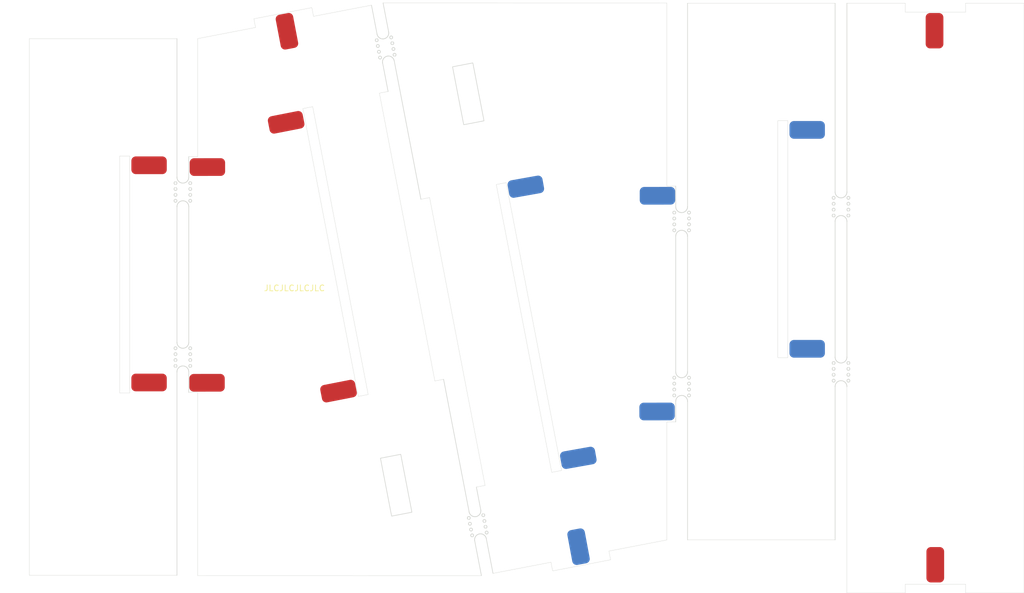
<source format=kicad_pcb>
(kicad_pcb (version 20221018) (generator pcbnew)
  (layers (0 "F.Cu" signal) (31 "B.Cu" signal) (34 "B.Paste" user) (35 "F.Paste" user) (36 "B.SilkS" user "B.Silkscreen") (37 "F.SilkS" user "F.Silkscreen") (38 "B.Mask" user) (39 "F.Mask" user) (44 "Edge.Cuts" user))
  (net 0 "")
  (footprint "custom_kicad_lib_sk:mousebite" (layer "F.Cu") (at 98.604945 107.360107 90)
    (fp_text reference "REF**" hide)
    (fp_text value "mousebite")
    (fp_arc (start -2 -1) (mid -1 0) (end -2 1) (stroke (width 0.12)) (layer "Edge.Cuts"))
    (fp_arc (start 3 1) (mid 2 0) (end 3 -1) (stroke (width 0.12)) (layer "Edge.Cuts"))
    (fp_circle (center -1 -1.25) (end -0.75 -1.25) (stroke (width 0.12)) (fill none) (layer "Edge.Cuts"))
    (fp_circle (center -1 1.25) (end -0.75 1.25) (stroke (width 0.12)) (fill none) (layer "Edge.Cuts"))
    (fp_circle (center 0 -1.25) (end 0.25 -1.25) (stroke (width 0.12)) (fill none) (layer "Edge.Cuts"))
    (fp_circle (center 0 1.25) (end 0.25 1.25) (stroke (width 0.12)) (fill none) (layer "Edge.Cuts"))
    (fp_circle (center 1 -1.25) (end 1.25 -1.25) (stroke (width 0.12)) (fill none) (layer "Edge.Cuts"))
    (fp_circle (center 1 1.25) (end 1.25 1.25) (stroke (width 0.12)) (fill none) (layer "Edge.Cuts"))
    (fp_circle (center 2 -1.25) (end 2.25 -1.25) (stroke (width 0.12)) (fill none) (layer "Edge.Cuts"))
    (fp_circle (center 2 1.25) (end 2.25 1.25) (stroke (width 0.12)) (fill none) (layer "Edge.Cuts"))
  )
  (footprint "" (layer "F.Cu") (at 225.946945 51.519107 90)
    (fp_text reference "" (at 0 0 90) (layer "F.SilkS") (effects (font (size 1.27 1.27))))
    (fp_text value "" (at 0 0 90) (layer "F.SilkS") (effects (font (size 1.27 1.27))))
    (pad "1" smd roundrect (at 0 0 270) (size 6 3) (layers "F.Cu" "F.Paste" "F.Mask"))
  )
  (footprint "custom_kicad_lib_sk:mousebite" (layer "F.Cu") (at 210.104945 109.860107 90)
    (fp_text reference "REF**" hide)
    (fp_text value "mousebite")
    (fp_arc (start -2 -1) (mid -1 0) (end -2 1) (stroke (width 0.12)) (layer "Edge.Cuts"))
    (fp_arc (start 3 1) (mid 2 0) (end 3 -1) (stroke (width 0.12)) (layer "Edge.Cuts"))
    (fp_circle (center -1 -1.25) (end -0.75 -1.25) (stroke (width 0.12)) (fill none) (layer "Edge.Cuts"))
    (fp_circle (center -1 1.25) (end -0.75 1.25) (stroke (width 0.12)) (fill none) (layer "Edge.Cuts"))
    (fp_circle (center 0 -1.25) (end 0.25 -1.25) (stroke (width 0.12)) (fill none) (layer "Edge.Cuts"))
    (fp_circle (center 0 1.25) (end 0.25 1.25) (stroke (width 0.12)) (fill none) (layer "Edge.Cuts"))
    (fp_circle (center 1 -1.25) (end 1.25 -1.25) (stroke (width 0.12)) (fill none) (layer "Edge.Cuts"))
    (fp_circle (center 1 1.25) (end 1.25 1.25) (stroke (width 0.12)) (fill none) (layer "Edge.Cuts"))
    (fp_circle (center 2 -1.25) (end 2.25 -1.25) (stroke (width 0.12)) (fill none) (layer "Edge.Cuts"))
    (fp_circle (center 2 1.25) (end 2.25 1.25) (stroke (width 0.12)) (fill none) (layer "Edge.Cuts"))
  )
  (footprint "MountingHole:MountingHole_3.2mm_M3" (layer "F.Cu") (at 188.604945 51.360107 180)
    (fp_text reference "REF**" hide)
    (fp_text value "MountingHole_3.2mm_M3")
    (pad "" np_thru_hole circle (at 0 0 180) (size 3.2 3.2) (drill 3.2) (layers "F&B.Cu" "*.Mask"))
  )
  (footprint "" (layer "F.Cu") (at 165.597877 123.941753 10.1)
    (fp_text reference "" (at -2.032 0.635 10.1) (layer "F.SilkS") (effects (font (size 1.27 1.27))))
    (fp_text value "" (at -2.032 0.635 10.1) (layer "F.SilkS") (effects (font (size 1.27 1.27))))
    (pad "1" smd roundrect (at 0 0 190.1) (size 6 3) (layers "B.Cu" "B.Paste" "B.Mask"))
  )
  (footprint "custom_kicad_lib_sk:mousebite" (layer "F.Cu") (at 210.104945 81.860107 90)
    (fp_text reference "REF**" hide)
    (fp_text value "mousebite")
    (fp_arc (start -2 -1) (mid -1 0) (end -2 1) (stroke (width 0.12)) (layer "Edge.Cuts"))
    (fp_arc (start 3 1) (mid 2 0) (end 3 -1) (stroke (width 0.12)) (layer "Edge.Cuts"))
    (fp_circle (center -1 -1.25) (end -0.75 -1.25) (stroke (width 0.12)) (fill none) (layer "Edge.Cuts"))
    (fp_circle (center -1 1.25) (end -0.75 1.25) (stroke (width 0.12)) (fill none) (layer "Edge.Cuts"))
    (fp_circle (center 0 -1.25) (end 0.25 -1.25) (stroke (width 0.12)) (fill none) (layer "Edge.Cuts"))
    (fp_circle (center 0 1.25) (end 0.25 1.25) (stroke (width 0.12)) (fill none) (layer "Edge.Cuts"))
    (fp_circle (center 1 -1.25) (end 1.25 -1.25) (stroke (width 0.12)) (fill none) (layer "Edge.Cuts"))
    (fp_circle (center 1 1.25) (end 1.25 1.25) (stroke (width 0.12)) (fill none) (layer "Edge.Cuts"))
    (fp_circle (center 2 -1.25) (end 2.25 -1.25) (stroke (width 0.12)) (fill none) (layer "Edge.Cuts"))
    (fp_circle (center 2 1.25) (end 2.25 1.25) (stroke (width 0.12)) (fill none) (layer "Edge.Cuts"))
  )
  (footprint "MountingHole:MountingHole_3.2mm_M3" (layer "F.Cu") (at 77.104945 139.360107 180)
    (fp_text reference "REF**" hide)
    (fp_text value "MountingHole_3.2mm_M3")
    (pad "" np_thru_hole circle (at 0 0 180) (size 3.2 3.2) (drill 3.2) (layers "F&B.Cu" "*.Mask"))
  )
  (footprint "custom_kicad_lib_sk:01_solderpad_2.54" (layer "F.Cu") (at 92.876945 74.336107 180)
    (fp_text reference "REF**" hide)
    (fp_text value "01_solderpad_2.54")
    (pad "1" smd roundrect (at 0 0 180) (size 6 3) (layers "F.Cu" "F.Paste" "F.Mask"))
  )
  (footprint "custom_kicad_lib_sk:mousebite" (layer "F.Cu") (at 148.651462 135.866396 100.9)
    (fp_text reference "REF**" hide)
    (fp_text value "mousebite")
    (fp_arc (start -2 -1) (mid -1 0) (end -2 1) (stroke (width 0.12)) (layer "Edge.Cuts"))
    (fp_arc (start 3 1) (mid 2 -0.000001) (end 3 -1) (stroke (width 0.12)) (layer "Edge.Cuts"))
    (fp_circle (center -1 -1.25) (end -0.75 -1.25) (stroke (width 0.12)) (fill none) (layer "Edge.Cuts"))
    (fp_circle (center -1 1.25) (end -0.75 1.25) (stroke (width 0.12)) (fill none) (layer "Edge.Cuts"))
    (fp_circle (center 0 -1.25) (end 0.25 -1.25) (stroke (width 0.12)) (fill none) (layer "Edge.Cuts"))
    (fp_circle (center 0 1.25) (end 0.25 1.25) (stroke (width 0.12)) (fill none) (layer "Edge.Cuts"))
    (fp_circle (center 1 -1.25) (end 1.25 -1.25) (stroke (width 0.12)) (fill none) (layer "Edge.Cuts"))
    (fp_circle (center 1 1.25) (end 1.25 1.25) (stroke (width 0.12)) (fill none) (layer "Edge.Cuts"))
    (fp_circle (center 2 -1.25) (end 2.25 -1.25) (stroke (width 0.12)) (fill none) (layer "Edge.Cuts"))
    (fp_circle (center 2 1.25) (end 2.25 1.25) (stroke (width 0.12)) (fill none) (layer "Edge.Cuts"))
  )
  (footprint "custom_kicad_lib_sk:01_solderpad_2.54" (layer "F.Cu") (at 92.876945 111.166107 180)
    (fp_text reference "REF**" hide)
    (fp_text value "01_solderpad_2.54")
    (pad "1" smd roundrect (at 0 0 180) (size 6 3) (layers "F.Cu" "F.Paste" "F.Mask"))
  )
  (footprint "MountingHole:MountingHole_3.2mm_M3" (layer "F.Cu") (at 77.104945 57.360107 180)
    (fp_text reference "REF**" hide)
    (fp_text value "MountingHole_3.2mm_M3")
    (pad "" np_thru_hole circle (at 0 0 180) (size 3.2 3.2) (drill 3.2) (layers "F&B.Cu" "*.Mask"))
  )
  (footprint "custom_kicad_lib_sk:mousebite" (layer "F.Cu") (at 133.051088 54.854802 100.9)
    (fp_text reference "REF**" hide)
    (fp_text value "mousebite")
    (fp_arc (start -2 -1) (mid -1 0) (end -2 1) (stroke (width 0.12)) (layer "Edge.Cuts"))
    (fp_arc (start 3 1) (mid 2 -0.000001) (end 3 -1) (stroke (width 0.12)) (layer "Edge.Cuts"))
    (fp_circle (center -1 -1.25) (end -0.75 -1.25) (stroke (width 0.12)) (fill none) (layer "Edge.Cuts"))
    (fp_circle (center -1 1.25) (end -0.75 1.25) (stroke (width 0.12)) (fill none) (layer "Edge.Cuts"))
    (fp_circle (center 0 -1.25) (end 0.25 -1.25) (stroke (width 0.12)) (fill none) (layer "Edge.Cuts"))
    (fp_circle (center 0 1.25) (end 0.25 1.25) (stroke (width 0.12)) (fill none) (layer "Edge.Cuts"))
    (fp_circle (center 1 -1.25) (end 1.25 -1.25) (stroke (width 0.12)) (fill none) (layer "Edge.Cuts"))
    (fp_circle (center 1 1.25) (end 1.25 1.25) (stroke (width 0.12)) (fill none) (layer "Edge.Cuts"))
    (fp_circle (center 2 -1.25) (end 2.25 -1.25) (stroke (width 0.12)) (fill none) (layer "Edge.Cuts"))
    (fp_circle (center 2 1.25) (end 2.25 1.25) (stroke (width 0.12)) (fill none) (layer "Edge.Cuts"))
  )
  (footprint "custom_kicad_lib_sk:mousebite" (layer "F.Cu") (at 98.604945 79.360107 90)
    (fp_text reference "REF**" hide)
    (fp_text value "mousebite")
    (fp_arc (start -2 -1) (mid -1 0) (end -2 1) (stroke (width 0.12)) (layer "Edge.Cuts"))
    (fp_arc (start 3 1) (mid 2 0) (end 3 -1) (stroke (width 0.12)) (layer "Edge.Cuts"))
    (fp_circle (center -1 -1.25) (end -0.75 -1.25) (stroke (width 0.12)) (fill none) (layer "Edge.Cuts"))
    (fp_circle (center -1 1.25) (end -0.75 1.25) (stroke (width 0.12)) (fill none) (layer "Edge.Cuts"))
    (fp_circle (center 0 -1.25) (end 0.25 -1.25) (stroke (width 0.12)) (fill none) (layer "Edge.Cuts"))
    (fp_circle (center 0 1.25) (end 0.25 1.25) (stroke (width 0.12)) (fill none) (layer "Edge.Cuts"))
    (fp_circle (center 1 -1.25) (end 1.25 -1.25) (stroke (width 0.12)) (fill none) (layer "Edge.Cuts"))
    (fp_circle (center 1 1.25) (end 1.25 1.25) (stroke (width 0.12)) (fill none) (layer "Edge.Cuts"))
    (fp_circle (center 2 -1.25) (end 2.25 -1.25) (stroke (width 0.12)) (fill none) (layer "Edge.Cuts"))
    (fp_circle (center 2 1.25) (end 2.25 1.25) (stroke (width 0.12)) (fill none) (layer "Edge.Cuts"))
  )
  (footprint "custom_kicad_lib_sk:mousebite" (layer "F.Cu") (at 183.104945 84.360107 90)
    (fp_text reference "REF**" hide)
    (fp_text value "mousebite")
    (fp_arc (start -2 -1) (mid -1 0) (end -2 1) (stroke (width 0.12)) (layer "Edge.Cuts"))
    (fp_arc (start 3 1) (mid 2 0) (end 3 -1) (stroke (width 0.12)) (layer "Edge.Cuts"))
    (fp_circle (center -1 -1.25) (end -0.75 -1.25) (stroke (width 0.12)) (fill none) (layer "Edge.Cuts"))
    (fp_circle (center -1 1.25) (end -0.75 1.25) (stroke (width 0.12)) (fill none) (layer "Edge.Cuts"))
    (fp_circle (center 0 -1.25) (end 0.25 -1.25) (stroke (width 0.12)) (fill none) (layer "Edge.Cuts"))
    (fp_circle (center 0 1.25) (end 0.25 1.25) (stroke (width 0.12)) (fill none) (layer "Edge.Cuts"))
    (fp_circle (center 1 -1.25) (end 1.25 -1.25) (stroke (width 0.12)) (fill none) (layer "Edge.Cuts"))
    (fp_circle (center 1 1.25) (end 1.25 1.25) (stroke (width 0.12)) (fill none) (layer "Edge.Cuts"))
    (fp_circle (center 2 -1.25) (end 2.25 -1.25) (stroke (width 0.12)) (fill none) (layer "Edge.Cuts"))
    (fp_circle (center 2 1.25) (end 2.25 1.25) (stroke (width 0.12)) (fill none) (layer "Edge.Cuts"))
  )
  (footprint "custom_kicad_lib_sk:mousebite" (layer "F.Cu") (at 183.104945 112.360107 90)
    (fp_text reference "REF**" hide)
    (fp_text value "mousebite")
    (fp_arc (start -2 -1) (mid -1 0) (end -2 1) (stroke (width 0.12)) (layer "Edge.Cuts"))
    (fp_arc (start 3 1) (mid 2 0) (end 3 -1) (stroke (width 0.12)) (layer "Edge.Cuts"))
    (fp_circle (center -1 -1.25) (end -0.75 -1.25) (stroke (width 0.12)) (fill none) (layer "Edge.Cuts"))
    (fp_circle (center -1 1.25) (end -0.75 1.25) (stroke (width 0.12)) (fill none) (layer "Edge.Cuts"))
    (fp_circle (center 0 -1.25) (end 0.25 -1.25) (stroke (width 0.12)) (fill none) (layer "Edge.Cuts"))
    (fp_circle (center 0 1.25) (end 0.25 1.25) (stroke (width 0.12)) (fill none) (layer "Edge.Cuts"))
    (fp_circle (center 1 -1.25) (end 1.25 -1.25) (stroke (width 0.12)) (fill none) (layer "Edge.Cuts"))
    (fp_circle (center 1 1.25) (end 1.25 1.25) (stroke (width 0.12)) (fill none) (layer "Edge.Cuts"))
    (fp_circle (center 2 -1.25) (end 2.25 -1.25) (stroke (width 0.12)) (fill none) (layer "Edge.Cuts"))
    (fp_circle (center 2 1.25) (end 2.25 1.25) (stroke (width 0.12)) (fill none) (layer "Edge.Cuts"))
  )
  (footprint "" (layer "F.Cu") (at 102.761232 74.63778 -179.9)
    (fp_text reference "" (at 0 0 0.1) (layer "F.SilkS") (effects (font (size 1.27 1.27))))
    (fp_text value "" (at 0 0 0.1) (layer "F.SilkS") (effects (font (size 1.27 1.27))))
    (pad "1" smd roundrect (at 0 0 0.1) (size 6 3) (layers "F.Cu" "F.Paste" "F.Mask"))
  )
  (footprint "MountingHole:MountingHole_3.2mm_M3" (layer "F.Cu") (at 188.604945 133.360107 180)
    (fp_text reference "REF**" hide)
    (fp_text value "MountingHole_3.2mm_M3")
    (pad "" np_thru_hole circle (at 0 0 180) (size 3.2 3.2) (drill 3.2) (layers "F&B.Cu" "*.Mask"))
  )
  (footprint "" (layer "F.Cu") (at 102.698068 111.213945 -179.9)
    (fp_text reference "" (at 0 0 0.1) (layer "F.SilkS") (effects (font (size 1.27 1.27))))
    (fp_text value "" (at 0 0 0.1) (layer "F.SilkS") (effects (font (size 1.27 1.27))))
    (pad "1" smd roundrect (at 0 0 0.1) (size 6 3) (layers "F.Cu" "F.Paste" "F.Mask"))
  )
  (footprint "" (layer "F.Cu") (at 226.073945 142.070107 90)
    (fp_text reference "" (at 0 0 90) (layer "F.SilkS") (effects (font (size 1.27 1.27))))
    (fp_text value "" (at 0 0 90) (layer "F.SilkS") (effects (font (size 1.27 1.27))))
    (pad "1" smd roundrect (at 0 0 270) (size 6 3) (layers "F.Cu" "F.Paste" "F.Mask"))
  )
  (footprint "" (layer "F.Cu") (at 156.707877 77.967752 10.1)
    (fp_text reference "" (at -2.032 0.635 10.1) (layer "F.SilkS") (effects (font (size 1.27 1.27))))
    (fp_text value "" (at -2.032 0.635 10.1) (layer "F.SilkS") (effects (font (size 1.27 1.27))))
    (pad "1" smd roundrect (at 0 0 190.1) (size 6 3) (layers "B.Cu" "B.Paste" "B.Mask"))
  )
  (footprint "" (layer "B.Cu") (at 116.235713 51.613028 -79.2)
    (fp_text reference "" (at -2.032 -0.635 100.8) (layer "B.SilkS") (effects (font (size 1.27 1.27)) (justify mirror)))
    (fp_text value "" (at -2.032 -0.635 100.8) (layer "B.SilkS") (effects (font (size 1.27 1.27)) (justify mirror)))
    (pad "1" smd roundrect (at 0 0 100.8) (size 6 3) (layers "F.Cu" "F.Paste" "F.Mask"))
  )
  (footprint "custom_kicad_lib_sk:01_solderpad_2.54" (layer "B.Cu") (at 165.638309 139.007667 100.6)
    (fp_text reference "REF**" hide)
    (fp_text value "01_solderpad_2.54")
    (pad "1" smd roundrect (at 0 0 100.6) (size 6 3) (layers "B.Cu" "B.Paste" "B.Mask"))
  )
  (footprint "" (layer "B.Cu") (at 178.941318 116.083416 -179.9)
    (fp_text reference "" (at 0 0 0.1) (layer "B.SilkS") (effects (font (size 1.27 1.27)) (justify mirror)))
    (fp_text value "" (at 0 0 0.1) (layer "B.SilkS") (effects (font (size 1.27 1.27)) (justify mirror)))
    (pad "1" smd roundrect (at 0 0 0.1) (size 6 3) (layers "B.Cu" "B.Paste" "B.Mask"))
  )
  (footprint "" (layer "B.Cu") (at 124.9776 112.629501 11.1)
    (fp_text reference "" (at -2.032 -0.635 11.1) (layer "B.SilkS") (effects (font (size 1.27 1.27)) (justify mirror)))
    (fp_text value "" (at -2.032 -0.635 11.1) (layer "B.SilkS") (effects (font (size 1.27 1.27)) (justify mirror)))
    (pad "1" smd roundrect (at 0 0 191.1) (size 6 3) (layers "F.Cu" "F.Paste" "F.Mask"))
  )
  (footprint "" (layer "B.Cu") (at 116.100499 67.051925 11.1)
    (fp_text reference "" (at -2.032 -0.635 11.1) (layer "B.SilkS") (effects (font (size 1.27 1.27)) (justify mirror)))
    (fp_text value "" (at -2.032 -0.635 11.1) (layer "B.SilkS") (effects (font (size 1.27 1.27)) (justify mirror)))
    (pad "1" smd roundrect (at 0 0 191.1) (size 6 3) (layers "F.Cu" "F.Paste" "F.Mask"))
  )
  (footprint "custom_kicad_lib_sk:01_solderpad_2.54" (layer "B.Cu") (at 204.372945 68.336107 180)
    (fp_text reference "REF**" hide)
    (fp_text value "01_solderpad_2.54")
    (pad "1" smd roundrect (at 0 0 180) (size 6 3) (layers "B.Cu" "B.Paste" "B.Mask"))
  )
  (footprint "" (layer "B.Cu") (at 179.004482 79.50725 -179.9)
    (fp_text reference "" (at 0 0 0.1) (layer "B.SilkS") (effects (font (size 1.27 1.27)) (justify mirror)))
    (fp_text value "" (at 0 0 0.1) (layer "B.SilkS") (effects (font (size 1.27 1.27)) (justify mirror)))
    (pad "1" smd roundrect (at 0 0 0.1) (size 6 3) (layers "B.Cu" "B.Paste" "B.Mask"))
  )
  (footprint "custom_kicad_lib_sk:01_solderpad_2.54" (layer "B.Cu") (at 204.372945 105.452857 180)
    (fp_text reference "REF**" hide)
    (fp_text value "01_solderpad_2.54")
    (pad "1" smd roundrect (at 0 0 180) (size 6 3) (layers "B.Cu" "B.Paste" "B.Mask"))
  )
  (gr_line (start 101.097605 52.861088) (end 101.097605 72.86109) (stroke (width 0.05)) (layer "Edge.Cuts"))
  (gr_line (start 99.604945 104.360107) (end 99.604945 81.360107) (stroke (width 0.1)) (layer "Edge.Cuts"))
  (gr_poly (pts (xy 129.998045 113.203351) (xy 128.328716 113.524811) (xy 118.930669 64.721462) (xy 120.6 64.4)) (stroke (width 0.05)) (fill none) (layer "Edge.Cuts"))
  (gr_line (start 211.104945 106.860107) (end 211.104945 83.860107) (stroke (width 0.1)) (layer "Edge.Cuts"))
  (gr_line (start 97.604945 109.360107) (end 97.604945 143.860107) (stroke (width 0.1)) (layer "Edge.Cuts"))
  (gr_line (start 184.104945 114.360107) (end 184.104945 137.860107) (stroke (width 0.1)) (layer "Edge.Cuts"))
  (gr_line (start 221.004945 48.360107) (end 231.204945 48.360107) (stroke (width 0.05)) (layer "Edge.Cuts"))
  (gr_line (start 160.965771 141.642015) (end 161.249413 143.114952) (stroke (width 0.05)) (layer "Edge.Cuts"))
  (gr_line (start 182.104945 86.360107) (end 182.104945 109.360107) (stroke (width 0.1)) (layer "Edge.Cuts"))
  (gr_line (start 120.453137 47.606244) (end 110.633549 49.497196) (stroke (width 0.05)) (layer "Edge.Cuts"))
  (gr_line (start 101.097605 72.86109) (end 99.597603 72.861091) (stroke (width 0.05)) (layer "Edge.Cuts"))
  (gr_line (start 231.204945 48.360107) (end 231.204945 46.860107) (stroke (width 0.05)) (layer "Edge.Cuts"))
  (gr_poly (pts (xy 151.7 77.6) (xy 153.36933 77.27854) (xy 162.767375 126.081889) (xy 161.098045 126.403353)) (stroke (width 0.05)) (fill none) (layer "Edge.Cuts"))
  (gr_line (start 148.328663 128.901787) (end 149.801599 128.618142) (stroke (width 0.05)) (layer "Edge.Cuts"))
  (gr_line (start 110.633549 49.497196) (end 110.91719 50.970137) (stroke (width 0.05)) (layer "Edge.Cuts"))
  (gr_line (start 131.900951 62.103054) (end 141.298993 110.906403) (stroke (width 0.05)) (layer "Edge.Cuts"))
  (gr_line (start 97.604945 76.360107) (end 97.604945 52.860107) (stroke (width 0.1)) (layer "Edge.Cuts"))
  (gr_line (start 241.104945 68.260107) (end 241.104945 46.860107) (stroke (width 0.05)) (layer "Edge.Cuts"))
  (gr_line (start 231.204945 46.860107) (end 241.104945 46.860107) (stroke (width 0.05)) (layer "Edge.Cuts"))
  (gr_line (start 221.004945 146.860107) (end 211.104945 146.860107) (stroke (width 0.05)) (layer "Edge.Cuts"))
  (gr_line (start 134.411238 56.629624) (end 138.930619 80.098436) (stroke (width 0.1)) (layer "Edge.Cuts"))
  (gr_line (start 184.104945 86.360107) (end 184.104945 109.360107) (stroke (width 0.1)) (layer "Edge.Cuts"))
  (gr_line (start 99.597602 112.86109) (end 99.604945 109.360107) (stroke (width 0.1)) (layer "Edge.Cuts"))
  (gr_line (start 149.182267 143.911161) (end 148.047695 138.019409) (stroke (width 0.1)) (layer "Edge.Cuts"))
  (gr_line (start 141.298993 110.906403) (end 142.771931 110.62276) (stroke (width 0.05)) (layer "Edge.Cuts"))
  (gr_line (start 231.204945 146.860107) (end 231.204945 145.360107) (stroke (width 0.05)) (layer "Edge.Cuts"))
  (gr_line (start 151.146184 143.53297) (end 150.011612 137.641218) (stroke (width 0.1)) (layer "Edge.Cuts"))
  (gr_line (start 97.604945 81.360107) (end 97.604945 104.360107) (stroke (width 0.1)) (layer "Edge.Cuts"))
  (gr_line (start 140.403557 79.814793) (end 138.930619 80.098436) (stroke (width 0.05)) (layer "Edge.Cuts"))
  (gr_line (start 211.104945 78.860107) (end 211.104945 46.860107) (stroke (width 0.1)) (layer "Edge.Cuts"))
  (gr_line (start 184.104945 81.360107) (end 184.104945 46.860107) (stroke (width 0.1)) (layer "Edge.Cuts"))
  (gr_line (start 149.801599 128.618142) (end 140.403557 79.814793) (stroke (width 0.05)) (layer "Edge.Cuts"))
  (gr_line (start 171.069 141.224) (end 170.78536 139.751059) (stroke (width 0.05)) (layer "Edge.Cuts"))
  (gr_line (start 231.204945 146.860107) (end 241.104945 146.860107) (stroke (width 0.05)) (layer "Edge.Cuts"))
  (gr_line (start 149.066135 132.731424) (end 148.328663 128.901787) (stroke (width 0.1)) (layer "Edge.Cuts"))
  (gr_line (start 182.104948 77.860106) (end 180.604945 77.860104) (stroke (width 0.05)) (layer "Edge.Cuts"))
  (gr_line (start 132.520283 46.810034) (end 133.46576 51.719831) (stroke (width 0.1)) (layer "Edge.Cuts"))
  (gr_line (start 149.182267 143.911161) (end 101.097607 143.90109) (stroke (width 0.05)) (layer "Edge.Cuts"))
  (gr_line (start 180.604945 77.860104) (end 180.604943 46.820105) (stroke (width 0.05)) (layer "Edge.Cuts"))
  (gr_line (start 99.597602 112.86109) (end 101.097605 112.86109) (stroke (width 0.05)) (layer "Edge.Cuts"))
  (gr_rect (start 87.904945 72.760107) (end 89.604945 112.960107) (stroke (width 0.05)) (fill none) (layer "Edge.Cuts"))
  (gr_line (start 241.104945 146.860107) (end 241.104945 125.460107) (stroke (width 0.05)) (layer "Edge.Cuts"))
  (gr_poly (pts (xy 137.405906 133.162647) (xy 133.969047 133.824485) (xy 132.078096 124.004896) (xy 135.51495 123.343061)) (stroke (width 0.1)) (fill none) (layer "Edge.Cuts"))
  (gr_line (start 209.104945 46.860107) (end 209.104945 78.860107) (stroke (width 0.1)) (layer "Edge.Cuts"))
  (gr_line (start 209.104945 83.860107) (end 209.104945 106.860107) (stroke (width 0.1)) (layer "Edge.Cuts"))
  (gr_line (start 221.004945 46.860107) (end 211.104945 46.860107) (stroke (width 0.05)) (layer "Edge.Cuts"))
  (gr_line (start 241.104945 125.460107) (end 241.104945 68.260107) (stroke (width 0.05)) (layer "Edge.Cuts"))
  (gr_line (start 147.102217 133.109616) (end 142.771931 110.62276) (stroke (width 0.1)) (layer "Edge.Cuts"))
  (gr_rect (start 199.404945 66.760107) (end 201.104945 106.960107) (stroke (width 0.05)) (fill none) (layer "Edge.Cuts"))
  (gr_line (start 72.604945 143.860107) (end 72.604945 52.860107) (stroke (width 0.05)) (layer "Edge.Cuts"))
  (gr_line (start 97.604945 52.860107) (end 72.604945 52.860107) (stroke (width 0.05)) (layer "Edge.Cuts"))
  (gr_line (start 161.249413 143.114952) (end 171.069 141.224) (stroke (width 0.05)) (layer "Edge.Cuts"))
  (gr_line (start 101.097605 112.86109) (end 101.097607 143.90109) (stroke (width 0.05)) (layer "Edge.Cuts"))
  (gr_line (start 110.91719 50.970137) (end 101.097605 52.861088) (stroke (width 0.05)) (layer "Edge.Cuts"))
  (gr_line (start 170.78536 139.751059) (end 180.604945 137.860107) (stroke (width 0.05)) (layer "Edge.Cuts"))
  (gr_line (start 132.44732 57.007815) (end 133.373887 61.819408) (stroke (width 0.1)) (layer "Edge.Cuts"))
  (gr_line (start 99.604945 76.360107) (end 99.597603 72.861091) (stroke (width 0.1)) (layer "Edge.Cuts"))
  (gr_line (start 151.146184 143.53297) (end 160.965771 141.642015) (stroke (width 0.05)) (layer "Edge.Cuts"))
  (gr_line (start 184.104945 137.860107) (end 209.104945 137.860107) (stroke (width 0.05)) (layer "Edge.Cuts"))
  (gr_line (start 182.104945 114.360107) (end 182.104947 117.860105) (stroke (width 0.1)) (layer "Edge.Cuts"))
  (gr_line (start 130.556364 47.188228) (end 120.73678 49.079182) (stroke (width 0.05)) (layer "Edge.Cuts"))
  (gr_line (start 120.73678 49.079182) (end 120.453137 47.606244) (stroke (width 0.05)) (layer "Edge.Cuts"))
  (gr_line (start 209.104945 46.860107) (end 184.104945 46.860107) (stroke (width 0.05)) (layer "Edge.Cuts"))
  (gr_line (start 180.604945 117.860106) (end 182.104947 117.860105) (stroke (width 0.05)) (layer "Edge.Cuts"))
  (gr_poly (pts (xy 144.292139 57.640704) (xy 147.728998 56.978868) (xy 149.61995 66.798456) (xy 146.183095 67.460292)) (stroke (width 0.1)) (fill none) (layer "Edge.Cuts"))
  (gr_line (start 131.501843 52.098021) (end 130.556364 47.188228) (stroke (width 0.1)) (layer "Edge.Cuts"))
  (gr_line (start 221.004945 46.860107) (end 221.004945 48.360107) (stroke (width 0.05)) (layer "Edge.Cuts"))
  (gr_line (start 132.520283 46.810034) (end 180.604943 46.820105) (stroke (width 0.05)) (layer "Edge.Cuts"))
  (gr_line (start 133.373887 61.819408) (end 131.900951 62.103054) (stroke (width 0.05)) (layer "Edge.Cuts"))
  (gr_line (start 182.104948 77.860106) (end 182.104945 81.360107) (stroke (width 0.1)) (layer "Edge.Cuts"))
  (gr_line (start 72.604945 143.860107) (end 97.604945 143.860107) (stroke (width 0.05)) (layer "Edge.Cuts"))
  (gr_line (start 221.004945 145.360107) (end 221.004945 146.860107) (stroke (width 0.05)) (layer "Edge.Cuts"))
  (gr_line (start 211.104945 111.860107) (end 211.104945 146.860107) (stroke (width 0.05)) (layer "Edge.Cuts"))
  (gr_line (start 180.604945 137.860107) (end 180.604945 117.860106) (stroke (width 0.05)) (layer "Edge.Cuts"))
  (gr_line (start 231.204945 145.360107) (end 221.004945 145.360107) (stroke (width 0.05)) (layer "Edge.Cuts"))
  (gr_line (start 209.104945 111.860107) (end 209.104945 137.860107) (stroke (width 0.1)) (layer "Edge.Cuts"))
  (gr_text "JLCJLCJLCJLC" (at 112.268 95.758) (layer "F.SilkS") (effects (font (size 1 1)) (justify left bottom)))
)
</source>
